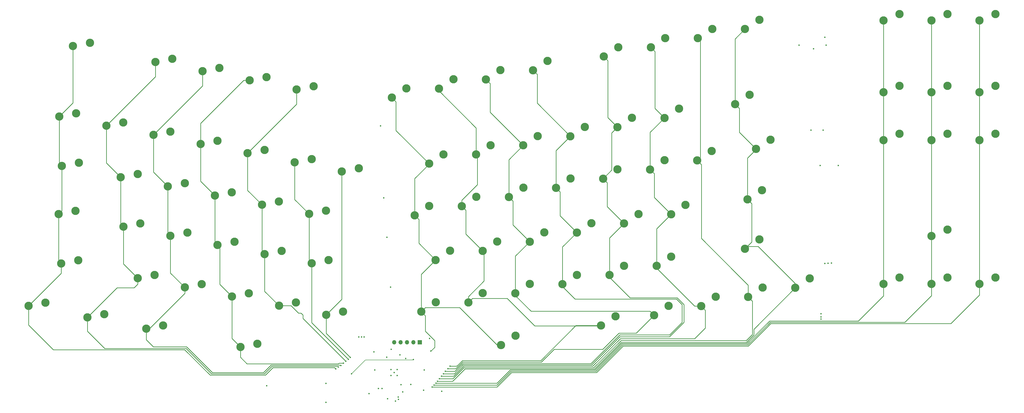
<source format=gbr>
%TF.GenerationSoftware,KiCad,Pcbnew,8.0.5*%
%TF.CreationDate,2024-09-16T13:01:27+09:00*%
%TF.ProjectId,ttaelgam,74746165-6c67-4616-9d2e-6b696361645f,rev?*%
%TF.SameCoordinates,Original*%
%TF.FileFunction,Copper,L2,Inr*%
%TF.FilePolarity,Positive*%
%FSLAX46Y46*%
G04 Gerber Fmt 4.6, Leading zero omitted, Abs format (unit mm)*
G04 Created by KiCad (PCBNEW 8.0.5) date 2024-09-16 13:01:27*
%MOMM*%
%LPD*%
G01*
G04 APERTURE LIST*
%TA.AperFunction,ComponentPad*%
%ADD10C,3.300000*%
%TD*%
%TA.AperFunction,ComponentPad*%
%ADD11O,1.700000X1.700000*%
%TD*%
%TA.AperFunction,ComponentPad*%
%ADD12R,1.700000X1.700000*%
%TD*%
%TA.AperFunction,ViaPad*%
%ADD13C,0.600000*%
%TD*%
%TA.AperFunction,Conductor*%
%ADD14C,0.250000*%
%TD*%
%TA.AperFunction,Conductor*%
%ADD15C,0.200000*%
%TD*%
G04 APERTURE END LIST*
D10*
%TO.N,COL1*%
%TO.C,MX52*%
X158488922Y-230633419D03*
%TO.N,Net-(D52-A)*%
X165206910Y-229351723D03*
%TD*%
%TO.N,COL1*%
%TO.C,MX2*%
X171211112Y-165183426D03*
%TO.N,Net-(D2-A)*%
X177929100Y-163901730D03*
%TD*%
%TO.N,COL4*%
%TO.C,MX55*%
X214588916Y-241538153D03*
%TO.N,Net-(D55-A)*%
X221306904Y-240256457D03*
%TD*%
%TO.N,COL1*%
%TO.C,MX18*%
X151733747Y-190507239D03*
%TO.N,Net-(D18-A)*%
X158451735Y-189225543D03*
%TD*%
%TO.N,COL5*%
%TO.C,MX24*%
X279896559Y-205592121D03*
%TO.N,Net-(D24-A)*%
X285645236Y-201887151D03*
%TD*%
%TO.N,COL17*%
%TO.C,MX69*%
X239004001Y-265690518D03*
%TO.N,Net-(D69-A)*%
X245721989Y-264408822D03*
%TD*%
%TO.N,COL2*%
%TO.C,MX66*%
X182904008Y-254785783D03*
%TO.N,Net-(D66-A)*%
X189621996Y-253504087D03*
%TD*%
%TO.N,COL7*%
%TO.C,MX84*%
X369236195Y-265852467D03*
%TO.N,Net-(D84-A)*%
X374984872Y-262147497D03*
%TD*%
%TO.N,COL6*%
%TO.C,MX58*%
X301191380Y-240265933D03*
%TO.N,Net-(D58-A)*%
X306940057Y-236560963D03*
%TD*%
%TO.N,COL0*%
%TO.C,MX64*%
X133816513Y-245244141D03*
%TO.N,Net-(D64-A)*%
X140534501Y-243962445D03*
%TD*%
%TO.N,COL0*%
%TO.C,MX78*%
X120831603Y-262126683D03*
%TO.N,Net-(D78-A)*%
X127549591Y-260844987D03*
%TD*%
%TO.N,COL8*%
%TO.C,MX73*%
X332876288Y-253513564D03*
%TO.N,Net-(D73-A)*%
X338624965Y-249808594D03*
%TD*%
%TO.N,COL9*%
%TO.C,MX61*%
X357291373Y-229361199D03*
%TO.N,Net-(D61-A)*%
X363040050Y-225656229D03*
%TD*%
%TO.N,COL12*%
%TO.C,MX63*%
X406378868Y-219819557D03*
%TO.N,Net-(D63-A)*%
X412127545Y-216114587D03*
%TD*%
%TO.N,COL14*%
%TO.C,MX89*%
X479407648Y-253416553D03*
%TO.N,Net-(D89-A)*%
X485757648Y-250876553D03*
%TD*%
%TO.N,COL16*%
%TO.C,MX22*%
X226533738Y-205046885D03*
%TO.N,Net-(D22-A)*%
X233251726Y-203765189D03*
%TD*%
%TO.N,COL9*%
%TO.C,MX44*%
X348981462Y-211569929D03*
%TO.N,Net-(D44-A)*%
X354730139Y-207864959D03*
%TD*%
%TO.N,COL3*%
%TO.C,MX67*%
X201604005Y-258420695D03*
%TO.N,Net-(D67-A)*%
X208321993Y-257138999D03*
%TD*%
%TO.N,COL9*%
%TO.C,MX74*%
X351576286Y-249878653D03*
%TO.N,Net-(D74-A)*%
X357324963Y-246173683D03*
%TD*%
%TO.N,COL2*%
%TO.C,MX36*%
X176148832Y-214659604D03*
%TO.N,Net-(D36-A)*%
X182866820Y-213377908D03*
%TD*%
%TO.N,COL16*%
%TO.C,MX39*%
X232248825Y-225564338D03*
%TO.N,Net-(D39-A)*%
X238966813Y-224282642D03*
%TD*%
%TO.N,COL13*%
%TO.C,MX88*%
X460357648Y-253416553D03*
%TO.N,Net-(D88-A)*%
X466707648Y-250876553D03*
%TD*%
%TO.N,COL2*%
%TO.C,MX19*%
X170433744Y-194142151D03*
%TO.N,Net-(D19-A)*%
X177151732Y-192860455D03*
%TD*%
%TO.N,COL2*%
%TO.C,MX3*%
X189911110Y-168818338D03*
%TO.N,Net-(D3-A)*%
X196629098Y-167536642D03*
%TD*%
%TO.N,COL6*%
%TO.C,MX71*%
X295476292Y-260783387D03*
%TO.N,Net-(D71-A)*%
X301224969Y-257078417D03*
%TD*%
%TO.N,COL8*%
%TO.C,MX27*%
X335996552Y-194687387D03*
%TO.N,Net-(D27-A)*%
X341745229Y-190982417D03*
%TD*%
%TO.N,COL4*%
%TO.C,MX5*%
X227311105Y-176088160D03*
%TO.N,Net-(D5-A)*%
X234029093Y-174806464D03*
%TD*%
%TO.N,COL12*%
%TO.C,MX76*%
X405338779Y-239428282D03*
%TO.N,Net-(D76-A)*%
X411087456Y-235723312D03*
%TD*%
%TO.N,COL8*%
%TO.C,MX9*%
X321194186Y-168454846D03*
%TO.N,Net-(D9-A)*%
X326942863Y-164749876D03*
%TD*%
%TO.N,COL12*%
%TO.C,MX13*%
X405344176Y-152097745D03*
%TO.N,Net-(D13-A)*%
X411092853Y-148392775D03*
%TD*%
%TO.N,COL4*%
%TO.C,MX21*%
X207833740Y-201411973D03*
%TO.N,Net-(D21-A)*%
X214551728Y-200130277D03*
%TD*%
%TO.N,COL15*%
%TO.C,MX33*%
X498457648Y-177216553D03*
%TO.N,Net-(D33-A)*%
X504807648Y-174676553D03*
%TD*%
%TO.N,COL7*%
%TO.C,MX26*%
X317296554Y-198322298D03*
%TO.N,Net-(D26-A)*%
X323045231Y-194617328D03*
%TD*%
%TO.N,COL11*%
%TO.C,MX12*%
X386644179Y-155732656D03*
%TO.N,Net-(D12-A)*%
X392392856Y-152027686D03*
%TD*%
%TO.N,COL15*%
%TO.C,MX16*%
X498457648Y-148641553D03*
%TO.N,Net-(D16-A)*%
X504807648Y-146101553D03*
%TD*%
%TO.N,COL0*%
%TO.C,MX34*%
X134073837Y-206481054D03*
%TO.N,Net-(D34-A)*%
X140791825Y-205199358D03*
%TD*%
%TO.N,COL5*%
%TO.C,MX40*%
X274181471Y-226109575D03*
%TO.N,Net-(D40-A)*%
X279930148Y-222404605D03*
%TD*%
%TO.N,COL5*%
%TO.C,MX82*%
X308461202Y-277665929D03*
%TO.N,Net-(D82-A)*%
X314209879Y-273960959D03*
%TD*%
%TO.N,COL8*%
%TO.C,MX43*%
X330281465Y-215204840D03*
%TO.N,Net-(D43-A)*%
X336030142Y-211499870D03*
%TD*%
%TO.N,COL12*%
%TO.C,MX30*%
X401446545Y-181965197D03*
%TO.N,Net-(D30-A)*%
X407195222Y-178260227D03*
%TD*%
%TO.N,COL6*%
%TO.C,MX7*%
X283794190Y-175724669D03*
%TO.N,Net-(D7-A)*%
X289542867Y-172019699D03*
%TD*%
%TO.N,COL4*%
%TO.C,MX68*%
X220304003Y-262055606D03*
%TO.N,Net-(D68-A)*%
X227021991Y-260773910D03*
%TD*%
%TO.N,COL0*%
%TO.C,MX17*%
X133033749Y-186872328D03*
%TO.N,Net-(D17-A)*%
X139751737Y-185590632D03*
%TD*%
%TO.N,COL1*%
%TO.C,MX35*%
X157448834Y-211024693D03*
%TO.N,Net-(D35-A)*%
X164166822Y-209742997D03*
%TD*%
%TO.N,COL3*%
%TO.C,MX4*%
X208611108Y-172453249D03*
%TO.N,Net-(D4-A)*%
X215329096Y-171171553D03*
%TD*%
%TO.N,COL7*%
%TO.C,MX8*%
X302494188Y-172089757D03*
%TO.N,Net-(D8-A)*%
X308242865Y-168384787D03*
%TD*%
%TO.N,COL0*%
%TO.C,MX1*%
X138486116Y-158822331D03*
%TO.N,Net-(D1-A)*%
X145204104Y-157540635D03*
%TD*%
%TO.N,COL14*%
%TO.C,MX49*%
X479407648Y-196266553D03*
%TO.N,Net-(D49-A)*%
X485757648Y-193726553D03*
%TD*%
D11*
%TO.N,SWC*%
%TO.C,J3*%
X266007036Y-276600614D03*
%TO.N,SWD*%
X268547036Y-276600614D03*
%TO.N,RESET*%
X271087037Y-276600614D03*
%TO.N,+3V3*%
X273627036Y-276600614D03*
D12*
%TO.N,GND*%
X276167036Y-276600614D03*
%TD*%
D10*
%TO.N,COL6*%
%TO.C,MX83*%
X348198698Y-269941742D03*
%TO.N,Net-(D83-A)*%
X353947375Y-266236772D03*
%TD*%
%TO.N,COL13*%
%TO.C,MX48*%
X460357648Y-196266553D03*
%TO.N,Net-(D48-A)*%
X466707648Y-193726553D03*
%TD*%
%TO.N,COL10*%
%TO.C,MX62*%
X375991371Y-225726288D03*
%TO.N,Net-(D62-A)*%
X381740048Y-222021318D03*
%TD*%
%TO.N,COL10*%
%TO.C,MX75*%
X370276283Y-246243741D03*
%TO.N,Net-(D75-A)*%
X376024960Y-242538771D03*
%TD*%
%TO.N,COL6*%
%TO.C,MX25*%
X298596556Y-201957210D03*
%TO.N,Net-(D25-A)*%
X304345233Y-198252240D03*
%TD*%
%TO.N,COL14*%
%TO.C,MX32*%
X479407648Y-177216553D03*
%TO.N,Net-(D32-A)*%
X485757648Y-174676553D03*
%TD*%
%TO.N,COL14*%
%TO.C,MX15*%
X479407648Y-148641553D03*
%TO.N,Net-(D15-A)*%
X485757648Y-146101553D03*
%TD*%
%TO.N,COL6*%
%TO.C,MX41*%
X292881469Y-222474663D03*
%TO.N,Net-(D41-A)*%
X298630146Y-218769693D03*
%TD*%
%TO.N,COL11*%
%TO.C,MX86*%
X406636191Y-258582644D03*
%TO.N,Net-(D86-A)*%
X412384868Y-254877674D03*
%TD*%
%TO.N,COL8*%
%TO.C,MX60*%
X338591375Y-232996110D03*
%TO.N,Net-(D60-A)*%
X344340052Y-229291140D03*
%TD*%
%TO.N,COL9*%
%TO.C,MX10*%
X349244183Y-163002479D03*
%TO.N,Net-(D10-A)*%
X354992860Y-159297509D03*
%TD*%
%TO.N,COL3*%
%TO.C,MX81*%
X204981593Y-278483784D03*
%TO.N,Net-(D81-A)*%
X211699581Y-277202088D03*
%TD*%
%TO.N,COL1*%
%TO.C,MX65*%
X164204010Y-251150872D03*
%TO.N,Net-(D65-A)*%
X170921998Y-249869176D03*
%TD*%
%TO.N,COL13*%
%TO.C,MX14*%
X460357648Y-148641553D03*
%TO.N,Net-(D14-A)*%
X466707648Y-146101553D03*
%TD*%
%TO.N,COL4*%
%TO.C,MX38*%
X213548828Y-221929427D03*
%TO.N,Net-(D38-A)*%
X220266816Y-220647731D03*
%TD*%
%TO.N,COL11*%
%TO.C,MX46*%
X386381458Y-204300106D03*
%TO.N,Net-(D46-A)*%
X392130135Y-200595136D03*
%TD*%
%TO.N,COL2*%
%TO.C,MX53*%
X177188920Y-234268330D03*
%TO.N,Net-(D53-A)*%
X183906908Y-232986634D03*
%TD*%
%TO.N,COL10*%
%TO.C,MX29*%
X373396548Y-187417564D03*
%TO.N,Net-(D29-A)*%
X379145225Y-183712594D03*
%TD*%
%TO.N,COL17*%
%TO.C,MX23*%
X245233736Y-208681796D03*
%TO.N,Net-(D23-A)*%
X251951724Y-207400100D03*
%TD*%
%TO.N,COL13*%
%TO.C,MX31*%
X460357648Y-177216553D03*
%TO.N,Net-(D31-A)*%
X466707648Y-174676553D03*
%TD*%
%TO.N,COL3*%
%TO.C,MX37*%
X194848830Y-218294516D03*
%TO.N,Net-(D37-A)*%
X201566818Y-217012820D03*
%TD*%
%TO.N,COL7*%
%TO.C,MX42*%
X311581467Y-218839752D03*
%TO.N,Net-(D42-A)*%
X317330144Y-215134782D03*
%TD*%
%TO.N,COL15*%
%TO.C,MX90*%
X498457648Y-253416553D03*
%TO.N,Net-(D90-A)*%
X504807648Y-250876553D03*
%TD*%
%TO.N,COL10*%
%TO.C,MX45*%
X367681460Y-207935018D03*
%TO.N,Net-(D45-A)*%
X373430137Y-204230048D03*
%TD*%
%TO.N,COL3*%
%TO.C,MX20*%
X189133742Y-197777062D03*
%TO.N,Net-(D20-A)*%
X195851730Y-196495366D03*
%TD*%
%TO.N,COL10*%
%TO.C,MX85*%
X387936193Y-262217556D03*
%TO.N,Net-(D85-A)*%
X393684870Y-258512586D03*
%TD*%
%TO.N,COL15*%
%TO.C,MX50*%
X498457648Y-196266553D03*
%TO.N,Net-(D50-A)*%
X504807648Y-193726553D03*
%TD*%
%TO.N,COL3*%
%TO.C,MX54*%
X195888918Y-237903241D03*
%TO.N,Net-(D54-A)*%
X202606906Y-236621545D03*
%TD*%
%TO.N,COL10*%
%TO.C,MX11*%
X367944181Y-159367567D03*
%TO.N,Net-(D11-A)*%
X373692858Y-155662597D03*
%TD*%
%TO.N,COL2*%
%TO.C,MX80*%
X167581598Y-271213962D03*
%TO.N,Net-(D80-A)*%
X174299586Y-269932266D03*
%TD*%
%TO.N,COL9*%
%TO.C,MX28*%
X354696550Y-191052476D03*
%TO.N,Net-(D28-A)*%
X360445227Y-187347506D03*
%TD*%
%TO.N,COL5*%
%TO.C,MX57*%
X282491382Y-243900845D03*
%TO.N,Net-(D57-A)*%
X288240059Y-240195875D03*
%TD*%
%TO.N,COL7*%
%TO.C,MX59*%
X319891378Y-236631022D03*
%TO.N,Net-(D59-A)*%
X325640055Y-232926052D03*
%TD*%
%TO.N,COL12*%
%TO.C,MX47*%
X409756455Y-199756467D03*
%TO.N,Net-(D47-A)*%
X415505132Y-196051497D03*
%TD*%
%TO.N,COL5*%
%TO.C,MX6*%
X265094193Y-179359580D03*
%TO.N,Net-(D6-A)*%
X270842870Y-175654610D03*
%TD*%
%TO.N,COL1*%
%TO.C,MX79*%
X144206600Y-266670323D03*
%TO.N,Net-(D79-A)*%
X150924588Y-265388627D03*
%TD*%
%TO.N,COL16*%
%TO.C,MX56*%
X233288914Y-245173064D03*
%TO.N,Net-(D56-A)*%
X240006902Y-243891368D03*
%TD*%
%TO.N,COL5*%
%TO.C,MX70*%
X276776294Y-264418298D03*
%TO.N,Net-(D70-A)*%
X282524971Y-260713328D03*
%TD*%
%TO.N,COL14*%
%TO.C,MX77*%
X479407648Y-234366553D03*
%TO.N,Net-(D77-A)*%
X485757648Y-231826553D03*
%TD*%
%TO.N,COL7*%
%TO.C,MX72*%
X314176290Y-257148475D03*
%TO.N,Net-(D72-A)*%
X319924967Y-253443505D03*
%TD*%
%TO.N,COL0*%
%TO.C,MX51*%
X132776425Y-225635415D03*
%TO.N,Net-(D51-A)*%
X139494413Y-224353719D03*
%TD*%
%TO.N,COL12*%
%TO.C,MX87*%
X425336189Y-254947733D03*
%TO.N,Net-(D87-A)*%
X431084866Y-251242763D03*
%TD*%
D13*
%TO.N,GND*%
X238947037Y-300500615D03*
X277709740Y-295667622D03*
X258367273Y-287592623D03*
X238947037Y-292900614D03*
X258044480Y-280392623D03*
X272619480Y-293386572D03*
X278009740Y-287600613D03*
X267209740Y-287396311D03*
X437109740Y-155396311D03*
X264809739Y-287396311D03*
X266009760Y-288596301D03*
X432628506Y-159939774D03*
X264847037Y-279400614D03*
X264809740Y-289796311D03*
X267744479Y-299267622D03*
X269394480Y-296317622D03*
X263069480Y-282563638D03*
X256019479Y-296986571D03*
X261219480Y-294986570D03*
X267209741Y-289796311D03*
%TO.N,+3V3*%
X266546572Y-299942622D03*
X435509740Y-265296311D03*
X270609740Y-282996311D03*
X437109740Y-245296311D03*
X267694480Y-298367623D03*
%TO.N,+1V1*%
X263419479Y-299042622D03*
X268719479Y-293417622D03*
X268294480Y-281567623D03*
%TO.N,ROW0*%
X260609740Y-190596311D03*
X252009740Y-274496311D03*
X437609740Y-158496311D03*
X426809740Y-158496311D03*
%TO.N,ROW1*%
X431609740Y-192296311D03*
X436409740Y-192296311D03*
X261909740Y-219196311D03*
X253109740Y-274496311D03*
%TO.N,ROW2*%
X263209740Y-234896311D03*
X254109740Y-274496311D03*
X442409740Y-206296311D03*
X435209740Y-206296311D03*
%TO.N,ROW3*%
X264609740Y-254696311D03*
X280109740Y-275096311D03*
%TO.N,ROW5*%
X259809740Y-294996311D03*
X284909740Y-296096311D03*
X215409740Y-293896311D03*
%TO.N,COL0*%
X242859740Y-287146311D03*
%TO.N,COL1*%
X243859740Y-286396311D03*
%TO.N,COL2*%
X244859740Y-285821311D03*
%TO.N,COL3*%
X245859740Y-284896311D03*
%TO.N,COL4*%
X246859745Y-284146306D03*
%TO.N,COL5*%
X280609740Y-280096311D03*
%TO.N,COL6*%
X288209736Y-286096311D03*
%TO.N,COL7*%
X287409740Y-287096311D03*
%TO.N,COL8*%
X286409740Y-288096311D03*
%TO.N,COL9*%
X285609740Y-289096311D03*
%TO.N,COL10*%
X284809740Y-290096311D03*
%TO.N,COL11*%
X284009740Y-291096311D03*
%TO.N,COL12*%
X283209740Y-292096311D03*
%TO.N,COL13*%
X282609740Y-292896437D03*
%TO.N,COL14*%
X281859740Y-293646311D03*
%TO.N,COL15*%
X281109740Y-294396311D03*
%TO.N,COL16*%
X247859740Y-283396311D03*
%TO.N,COL17*%
X248609740Y-282646311D03*
%TO.N,D-*%
X435509740Y-266496311D03*
X438309740Y-245196311D03*
%TO.N,D+*%
X435509740Y-267396311D03*
X439672240Y-245133811D03*
%TO.N,RESET*%
X249147036Y-289100614D03*
X273709740Y-283496311D03*
%TD*%
D14*
%TO.N,COL0*%
X132776425Y-244204053D02*
X133816513Y-245244141D01*
X133816513Y-249141773D02*
X120831603Y-262126683D01*
X120831603Y-269727539D02*
X130650375Y-279546311D01*
X134073837Y-206481054D02*
X134073837Y-219096311D01*
X120831603Y-262126683D02*
X120831603Y-269727539D01*
X134073837Y-224338003D02*
X132776425Y-225635415D01*
X214909740Y-289646311D02*
X217909740Y-286646311D01*
X133033749Y-186872328D02*
X133033749Y-205440966D01*
X138486116Y-181419961D02*
X133033749Y-186872328D01*
X242359740Y-286646311D02*
X242859740Y-287146311D01*
X217909740Y-286646311D02*
X242359740Y-286646311D01*
X138486116Y-158822331D02*
X138486116Y-181419961D01*
X130650375Y-279546311D02*
X182859740Y-279546311D01*
X182859740Y-279546311D02*
X192959740Y-289646311D01*
X192959740Y-289646311D02*
X214909740Y-289646311D01*
X134073837Y-219096311D02*
X134073837Y-224338003D01*
X133033749Y-205440966D02*
X134073837Y-206481054D01*
X132776425Y-225635415D02*
X132776425Y-244204053D01*
X133816513Y-245244141D02*
X133816513Y-249141773D01*
%TO.N,COL1*%
X157448834Y-225296311D02*
X157448834Y-229593331D01*
X157448834Y-211024693D02*
X157448834Y-225296311D01*
X151733747Y-205309606D02*
X157448834Y-211024693D01*
X171211112Y-171029874D02*
X151733747Y-190507239D01*
X144206600Y-266670323D02*
X144206600Y-272193171D01*
X243609740Y-286146311D02*
X243859740Y-286396311D01*
X193459740Y-289146311D02*
X214459740Y-289146311D01*
X151733747Y-190507239D02*
X151733747Y-205309606D01*
X157448834Y-229593331D02*
X158488922Y-230633419D01*
X214459740Y-289146311D02*
X217459740Y-286146311D01*
X162786057Y-254902277D02*
X155974646Y-254902277D01*
X164204010Y-251150872D02*
X164204010Y-253484324D01*
X217459740Y-286146311D02*
X243609740Y-286146311D01*
X171211112Y-165183426D02*
X171211112Y-171029874D01*
X151109740Y-279096311D02*
X183409740Y-279096311D01*
X183409740Y-279096311D02*
X193459740Y-289146311D01*
X155974646Y-254902277D02*
X144206600Y-266670323D01*
X158488922Y-245435784D02*
X164204010Y-251150872D01*
X144206600Y-272193171D02*
X151109740Y-279096311D01*
X158488922Y-230633419D02*
X158488922Y-245435784D01*
X164204010Y-253484324D02*
X162786057Y-254902277D01*
%TO.N,COL2*%
X193859740Y-288646311D02*
X214109740Y-288646311D01*
X170433744Y-208944516D02*
X176148832Y-214659604D01*
X189911110Y-168818338D02*
X189911110Y-174664785D01*
X176148832Y-228896311D02*
X176148832Y-233228242D01*
X182904008Y-257119235D02*
X168809281Y-271213962D01*
X170433744Y-194142151D02*
X170433744Y-208944516D01*
X176148832Y-233228242D02*
X177188920Y-234268330D01*
X170359740Y-278396311D02*
X183609740Y-278396311D01*
X177188920Y-249070695D02*
X182904008Y-254785783D01*
X167581598Y-275618169D02*
X170359740Y-278396311D01*
X168809281Y-271213962D02*
X167581598Y-271213962D01*
X182904008Y-254785783D02*
X182904008Y-257119235D01*
X244684740Y-285646311D02*
X244859740Y-285821311D01*
X176148832Y-214659604D02*
X176148832Y-228896311D01*
X189911110Y-174664785D02*
X170433744Y-194142151D01*
X167581598Y-271213962D02*
X167581598Y-275618169D01*
X183609740Y-278396311D02*
X193859740Y-288646311D01*
X217109740Y-285646311D02*
X244684740Y-285646311D01*
X214109740Y-288646311D02*
X217109740Y-285646311D01*
X177188920Y-234268330D02*
X177188920Y-249070695D01*
%TO.N,COL3*%
X194848830Y-218294516D02*
X194848830Y-232496311D01*
X196775363Y-238789686D02*
X196775363Y-253592053D01*
X204981593Y-278483784D02*
X204981593Y-282546311D01*
X189133742Y-212579428D02*
X194848830Y-218294516D01*
X244109740Y-284896311D02*
X245859740Y-284896311D01*
X195888918Y-237903241D02*
X196775363Y-238789686D01*
X189133742Y-189597163D02*
X189133742Y-197777062D01*
X201604005Y-275106196D02*
X204981593Y-278483784D01*
X204981593Y-282546311D02*
X207581593Y-285146311D01*
X189133742Y-197777062D02*
X189133742Y-212579428D01*
X194848830Y-236863153D02*
X195888918Y-237903241D01*
X207581593Y-285146311D02*
X243859740Y-285146311D01*
X196775363Y-253592053D02*
X201604005Y-258420695D01*
X201604005Y-258420695D02*
X201604005Y-275106196D01*
X206277656Y-172453249D02*
X189133742Y-189597163D01*
X208611108Y-172453249D02*
X206277656Y-172453249D01*
X194848830Y-232496311D02*
X194848830Y-236863153D01*
X243859740Y-285146311D02*
X244109740Y-284896311D01*
%TO.N,COL4*%
X213548828Y-221929427D02*
X213548828Y-234896311D01*
X207833740Y-216214339D02*
X213548828Y-221929427D01*
X213548828Y-234896311D02*
X213548828Y-240498065D01*
X228028247Y-264995231D02*
X229063781Y-264995231D01*
X227311105Y-181934608D02*
X207833740Y-201411973D01*
X229063781Y-264995231D02*
X229796014Y-265727464D01*
X229796014Y-267082575D02*
X246859745Y-284146306D01*
X214588916Y-256340519D02*
X220304003Y-262055606D01*
X229796014Y-265727464D02*
X229796014Y-267082575D01*
X213548828Y-240498065D02*
X214588916Y-241538153D01*
X214588916Y-241538153D02*
X214588916Y-256340519D01*
X227311105Y-176088160D02*
X227311105Y-181934608D01*
X220304003Y-262055606D02*
X225088622Y-262055606D01*
X225088622Y-262055606D02*
X228028247Y-264995231D01*
X207833740Y-201411973D02*
X207833740Y-216214339D01*
%TO.N,COL5*%
X276776294Y-264418298D02*
X278426294Y-266068298D01*
X275831471Y-237240934D02*
X282491382Y-243900845D01*
X275831471Y-227759575D02*
X275831471Y-237240934D01*
X266744193Y-192439755D02*
X279896559Y-205592121D01*
X282109740Y-278596311D02*
X280609740Y-280096311D01*
X276776294Y-264418298D02*
X278426294Y-262768298D01*
X306979358Y-277665929D02*
X308461202Y-277665929D01*
X278426294Y-272212865D02*
X282109740Y-275896311D01*
X266744193Y-181009580D02*
X266744193Y-192439755D01*
X278426294Y-262768298D02*
X292081727Y-262768298D01*
X274181471Y-211513091D02*
X274181471Y-221296311D01*
X292081727Y-262768298D02*
X306979358Y-277665929D01*
X274181471Y-226109575D02*
X275831471Y-227759575D01*
X265094193Y-179359580D02*
X266744193Y-181009580D01*
X274181471Y-221296311D02*
X274181471Y-226109575D01*
X279896559Y-205798003D02*
X274181471Y-211513091D01*
X282109740Y-275896311D02*
X282109740Y-278596311D01*
X276776294Y-249615933D02*
X276776294Y-264418298D01*
X278426294Y-266068298D02*
X278426294Y-272212865D01*
X279896559Y-205592121D02*
X279896559Y-205798003D01*
X282491382Y-243900845D02*
X276776294Y-249615933D01*
%TO.N,COL6*%
X290864156Y-286096311D02*
X288209736Y-286096311D01*
X294531469Y-233606022D02*
X301191380Y-240265933D01*
X348198698Y-269941742D02*
X338164309Y-269941742D01*
X338164309Y-269941742D02*
X324259740Y-283846311D01*
X283794190Y-176616497D02*
X298596556Y-191418863D01*
X294531469Y-224124663D02*
X294531469Y-233606022D01*
X299084544Y-213938136D02*
X292881469Y-220141211D01*
X292881469Y-222474663D02*
X294531469Y-224124663D01*
X321858686Y-270096311D02*
X348044129Y-270096311D01*
X297126292Y-259133387D02*
X310895762Y-259133387D01*
X348044129Y-270096311D02*
X348198698Y-269941742D01*
X310895762Y-259133387D02*
X321858686Y-270096311D01*
X293114156Y-283846311D02*
X290864156Y-286096311D01*
X301679368Y-240753921D02*
X301679368Y-252246859D01*
X299084544Y-202445198D02*
X299084544Y-213938136D01*
X283794190Y-175724669D02*
X283794190Y-176616497D01*
X301191380Y-240265933D02*
X301679368Y-240753921D01*
X301679368Y-252246859D02*
X295476292Y-258449935D01*
X298596556Y-201957210D02*
X299084544Y-202445198D01*
X295476292Y-258449935D02*
X295476292Y-260783387D01*
X292881469Y-220141211D02*
X292881469Y-222474663D01*
X295476292Y-260783387D02*
X297126292Y-259133387D01*
X324259740Y-283846311D02*
X293114156Y-283846311D01*
X298596556Y-191418863D02*
X298596556Y-201957210D01*
%TO.N,COL7*%
X311581467Y-218839752D02*
X313231467Y-220489752D01*
X319891378Y-236631022D02*
X314176290Y-242346110D01*
X348859740Y-279396311D02*
X329509740Y-279396311D01*
X324459740Y-284446311D02*
X293150552Y-284446311D01*
X293150552Y-284446311D02*
X290500552Y-287096311D01*
X311581467Y-204037385D02*
X311581467Y-218839752D01*
X320397759Y-264261772D02*
X367645500Y-264261772D01*
X302494188Y-172089757D02*
X304144188Y-173739757D01*
X355277129Y-272978922D02*
X348859740Y-279396311D01*
X290500552Y-287096311D02*
X287409740Y-287096311D01*
X317296554Y-198322298D02*
X311581467Y-204037385D01*
X304144188Y-185169932D02*
X317296554Y-198322298D01*
X313231467Y-229971111D02*
X319891378Y-236631022D01*
X314176290Y-257148475D02*
X314176290Y-258040303D01*
X367645500Y-264261772D02*
X369236195Y-265852467D01*
X313231467Y-220489752D02*
X313231467Y-229971111D01*
X314176290Y-258040303D02*
X320397759Y-264261772D01*
X304144188Y-173739757D02*
X304144188Y-185169932D01*
X319891378Y-236631022D02*
X321009740Y-237749384D01*
X314176290Y-242346110D02*
X314176290Y-257148475D01*
X329509740Y-279396311D02*
X324459740Y-284446311D01*
X369236195Y-265852467D02*
X362109740Y-272978922D01*
X362109740Y-272978922D02*
X355277129Y-272978922D01*
%TO.N,COL8*%
X332876288Y-254405392D02*
X337867207Y-259396311D01*
X321194186Y-168454846D02*
X322844186Y-170104846D01*
X330281465Y-215204840D02*
X331931465Y-216854840D01*
X380359740Y-261646311D02*
X380359740Y-268759915D01*
X293223344Y-285046311D02*
X290173344Y-288096311D01*
X335996552Y-194687387D02*
X330281465Y-200402474D01*
X337867207Y-259396311D02*
X378109740Y-259396311D01*
X380359740Y-268759915D02*
X375473344Y-273646311D01*
X331931465Y-216854840D02*
X331931465Y-226336200D01*
X378109740Y-259396311D02*
X380359740Y-261646311D01*
X332876288Y-238711197D02*
X332876288Y-253513564D01*
X322844186Y-170104846D02*
X322844186Y-181535021D01*
X290173344Y-288096311D02*
X286409740Y-288096311D01*
X344209740Y-285046311D02*
X293223344Y-285046311D01*
X332876288Y-253513564D02*
X332876288Y-254362859D01*
X355609740Y-273646311D02*
X344209740Y-285046311D01*
X338591375Y-232996110D02*
X332876288Y-238711197D01*
X330281465Y-200402474D02*
X330281465Y-215204840D01*
X322844186Y-181535021D02*
X335996552Y-194687387D01*
X331931465Y-226336200D02*
X338591375Y-232996110D01*
X375473344Y-273646311D02*
X355609740Y-273646311D01*
X332876288Y-253513564D02*
X332876288Y-254405392D01*
%TO.N,COL9*%
X381109740Y-261646311D02*
X381109740Y-268646311D01*
X378359740Y-258896311D02*
X381109740Y-261646311D01*
X351576286Y-250770481D02*
X359702116Y-258896311D01*
X351576286Y-249878653D02*
X351576286Y-250770481D01*
X349244183Y-163002479D02*
X350894183Y-164652479D01*
X344423344Y-285582707D02*
X293423344Y-285582707D01*
X348981462Y-211569929D02*
X350631462Y-213219929D01*
X350631462Y-222701288D02*
X357291373Y-229361199D01*
X375359740Y-274396311D02*
X355609740Y-274396311D01*
X289909740Y-289096311D02*
X285609740Y-289096311D01*
X355609740Y-274396311D02*
X344423344Y-285582707D01*
X354696550Y-191052476D02*
X352409740Y-193339286D01*
X350631462Y-213219929D02*
X350631462Y-222701288D01*
X357291373Y-229361199D02*
X351576286Y-235076286D01*
X351576286Y-249878653D02*
X351576286Y-250862857D01*
X352409740Y-208141651D02*
X348981462Y-211569929D01*
X359702116Y-258896311D02*
X378359740Y-258896311D01*
X351576286Y-235076286D02*
X351576286Y-249878653D01*
X350894183Y-164652479D02*
X350894183Y-187250109D01*
X381109740Y-268646311D02*
X375359740Y-274396311D01*
X352409740Y-193339286D02*
X352409740Y-208141651D01*
X293423344Y-285582707D02*
X289909740Y-289096311D01*
X350894183Y-187250109D02*
X354696550Y-191052476D01*
%TO.N,COL10*%
X385358270Y-262217556D02*
X387936193Y-262217556D01*
X375991371Y-225726288D02*
X370276283Y-231441376D01*
X389586193Y-270919858D02*
X385359740Y-275146311D01*
X387936193Y-262217556D02*
X389586193Y-263867556D01*
X367944181Y-159367567D02*
X369594181Y-161017567D01*
X369331460Y-219066377D02*
X375991371Y-225726288D01*
X373396548Y-187417564D02*
X367681460Y-193132652D01*
X369594181Y-183615197D02*
X373396548Y-187417564D01*
X369594181Y-161017567D02*
X369594181Y-183615197D01*
X344909740Y-286096311D02*
X293646136Y-286096311D01*
X370276283Y-246243741D02*
X370276283Y-247135569D01*
X369331460Y-209585018D02*
X369331460Y-219066377D01*
X293646136Y-286096311D02*
X289646136Y-290096311D01*
X355859740Y-275146311D02*
X344909740Y-286096311D01*
X370276283Y-231441376D02*
X370276283Y-246243741D01*
X289646136Y-290096311D02*
X284809740Y-290096311D01*
X370276283Y-247135569D02*
X385358270Y-262217556D01*
X367681460Y-207935018D02*
X369331460Y-209585018D01*
X367681460Y-193132652D02*
X367681460Y-207935018D01*
X389586193Y-263867556D02*
X389586193Y-270919858D01*
X385359740Y-275146311D02*
X355859740Y-275146311D01*
%TO.N,COL11*%
X388031458Y-235318029D02*
X401509740Y-248796311D01*
X345309740Y-286696311D02*
X293746136Y-286696311D01*
X405859740Y-275896311D02*
X356109740Y-275896311D01*
X401509740Y-248796311D02*
X406636191Y-253922762D01*
X386644179Y-155732656D02*
X387609740Y-156698217D01*
X356109740Y-275896311D02*
X345309740Y-286696311D01*
X406636191Y-253922762D02*
X406636191Y-258582644D01*
X408286191Y-260232644D02*
X408286191Y-273469860D01*
X386381458Y-204300106D02*
X388031458Y-205950106D01*
X387609740Y-156698217D02*
X387609740Y-203071824D01*
X388031458Y-205950106D02*
X388031458Y-235318029D01*
X387609740Y-203071824D02*
X386381458Y-204300106D01*
X293746136Y-286696311D02*
X289346136Y-291096311D01*
X406636191Y-258582644D02*
X408286191Y-260232644D01*
X408286191Y-273469860D02*
X405859740Y-275896311D01*
X289346136Y-291096311D02*
X284009740Y-291096311D01*
%TO.N,COL12*%
X356109740Y-276646311D02*
X345609740Y-287146311D01*
X406378868Y-203339936D02*
X406378868Y-219819557D01*
X410609740Y-238496311D02*
X425336189Y-253222760D01*
X401446545Y-155995376D02*
X401446545Y-181965197D01*
X401446545Y-181965197D02*
X403096545Y-183615197D01*
X289209740Y-292096311D02*
X283209740Y-292096311D01*
X405344176Y-152097745D02*
X401446545Y-155995376D01*
X408859740Y-273646311D02*
X405859740Y-276646311D01*
X406378868Y-219819557D02*
X408028868Y-221469557D01*
X425336189Y-254947733D02*
X426209740Y-255821284D01*
X409756455Y-199756467D02*
X409756455Y-199962349D01*
X409756455Y-199962349D02*
X406378868Y-203339936D01*
X294159740Y-287146311D02*
X289209740Y-292096311D01*
X345609740Y-287146311D02*
X294159740Y-287146311D01*
X405338779Y-239428282D02*
X406270750Y-238496311D01*
X406270750Y-238496311D02*
X410609740Y-238496311D01*
X405859740Y-276646311D02*
X356109740Y-276646311D01*
X408859740Y-271424182D02*
X408859740Y-273646311D01*
X403096545Y-183615197D02*
X403096545Y-193096557D01*
X408028868Y-236738193D02*
X405338779Y-239428282D01*
X403096545Y-193096557D02*
X409756455Y-199756467D01*
X408028868Y-221469557D02*
X408028868Y-236738193D01*
X425336189Y-254947733D02*
X408859740Y-271424182D01*
X425336189Y-253222760D02*
X425336189Y-254947733D01*
%TO.N,COL13*%
X460357648Y-196266553D02*
X460667629Y-196576534D01*
X450359740Y-268146311D02*
X415109740Y-268146311D01*
X306859614Y-292896437D02*
X282609740Y-292896437D01*
X406109740Y-277146311D02*
X356359740Y-277146311D01*
X460357648Y-148641553D02*
X460357648Y-177216553D01*
X356359740Y-277146311D02*
X345859740Y-287646311D01*
X460357648Y-196266553D02*
X460357648Y-253416553D01*
X460357648Y-177216553D02*
X460357648Y-196266553D01*
X312109740Y-287646311D02*
X306859614Y-292896437D01*
X345859740Y-287646311D02*
X312109740Y-287646311D01*
X415109740Y-268146311D02*
X406109740Y-277146311D01*
X460357648Y-253416553D02*
X460357648Y-258148403D01*
X460357648Y-258148403D02*
X450359740Y-268146311D01*
%TO.N,COL14*%
X479407648Y-177216553D02*
X479407648Y-196266553D01*
X415359740Y-268646311D02*
X406359740Y-277646311D01*
X479407648Y-148641553D02*
X479407648Y-177216553D01*
X479407648Y-234366553D02*
X479407648Y-253416553D01*
X479407648Y-253416553D02*
X479407648Y-258098403D01*
X356609740Y-277646311D02*
X353109740Y-281146311D01*
X312359740Y-288146311D02*
X306859740Y-293646311D01*
X353109740Y-281146311D02*
X346109740Y-288146311D01*
X479407648Y-258098403D02*
X468859740Y-268646311D01*
X468859740Y-268646311D02*
X415359740Y-268646311D01*
X406359740Y-277646311D02*
X356609740Y-277646311D01*
X312609740Y-288146311D02*
X312359740Y-288146311D01*
X479407648Y-196266553D02*
X479407648Y-224096313D01*
X346109740Y-288146311D02*
X312609740Y-288146311D01*
X306859740Y-293646311D02*
X281859740Y-293646311D01*
X479407648Y-224096311D02*
X479407648Y-234366553D01*
%TO.N,COL15*%
X498457648Y-253416553D02*
X498457648Y-257798403D01*
X498457648Y-257798403D02*
X487109740Y-269146311D01*
X498457648Y-253416553D02*
X498457648Y-223496311D01*
X498457648Y-223496311D02*
X498457648Y-196266553D01*
X312609740Y-288646311D02*
X306859740Y-294396311D01*
X346359740Y-288646311D02*
X312609740Y-288646311D01*
X406609740Y-278146311D02*
X356859740Y-278146311D01*
X415609740Y-269146311D02*
X406609740Y-278146311D01*
X498457648Y-196266553D02*
X498457648Y-177216553D01*
X498457648Y-177216553D02*
X498457648Y-148641553D01*
X306859740Y-294396311D02*
X281109740Y-294396311D01*
X487109740Y-269146311D02*
X415609740Y-269146311D01*
X356859740Y-278146311D02*
X346359740Y-288646311D01*
%TO.N,COL16*%
X232248825Y-244132975D02*
X233288914Y-245173064D01*
X233288914Y-245173064D02*
X233288914Y-268825485D01*
X226533738Y-219849251D02*
X232248825Y-225564338D01*
X233288914Y-268825485D02*
X247859740Y-283396311D01*
X226533738Y-205046885D02*
X226533738Y-219849251D01*
X232248825Y-238496311D02*
X232248825Y-244132975D01*
X232248825Y-225564338D02*
X232248825Y-238496311D01*
%TO.N,COL17*%
X245233736Y-257696311D02*
X245233736Y-259460783D01*
X245233736Y-208681796D02*
X245233736Y-257696311D01*
X245233736Y-259460783D02*
X239004001Y-265690518D01*
X239004001Y-273040572D02*
X248609740Y-282646311D01*
X239004001Y-265690518D02*
X239004001Y-273040572D01*
D15*
%TO.N,RESET*%
X254651339Y-283596311D02*
X273609740Y-283596311D01*
X249147036Y-289100614D02*
X254651339Y-283596311D01*
X273609740Y-283596311D02*
X273709740Y-283496311D01*
%TD*%
M02*

</source>
